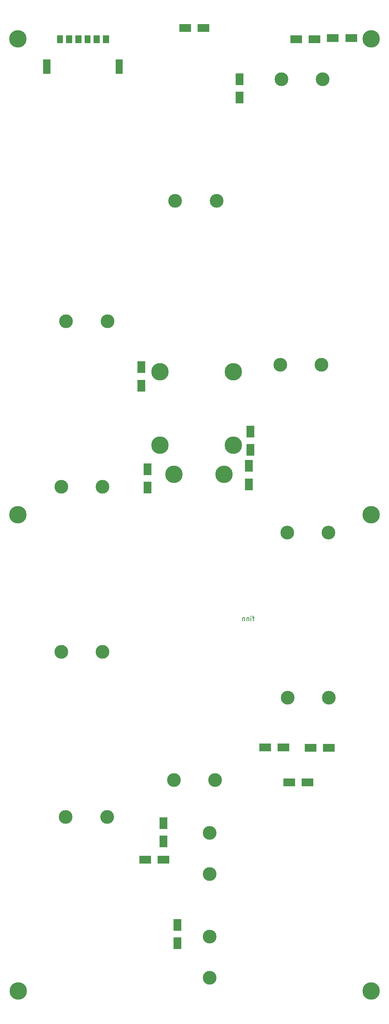
<source format=gts>
%TF.GenerationSoftware,KiCad,Pcbnew,8.0.8*%
%TF.CreationDate,2025-03-15T17:23:43-07:00*%
%TF.ProjectId,Stationary_X_Panel,53746174-696f-46e6-9172-795f585f5061,1.4*%
%TF.SameCoordinates,Original*%
%TF.FileFunction,Soldermask,Top*%
%TF.FilePolarity,Negative*%
%FSLAX46Y46*%
G04 Gerber Fmt 4.6, Leading zero omitted, Abs format (unit mm)*
G04 Created by KiCad (PCBNEW 8.0.8) date 2025-03-15 17:23:43*
%MOMM*%
%LPD*%
G01*
G04 APERTURE LIST*
%ADD10C,0.150000*%
%ADD11C,0.010000*%
%ADD12C,2.600000*%
%ADD13C,3.800000*%
%ADD14C,3.000000*%
%ADD15R,1.700000X2.500000*%
%ADD16R,2.500000X1.700000*%
G04 APERTURE END LIST*
D10*
X82581077Y-151548152D02*
X82200125Y-151548152D01*
X82438220Y-152214819D02*
X82438220Y-151357676D01*
X82438220Y-151357676D02*
X82390601Y-151262438D01*
X82390601Y-151262438D02*
X82295363Y-151214819D01*
X82295363Y-151214819D02*
X82200125Y-151214819D01*
X81866791Y-152214819D02*
X81866791Y-151548152D01*
X81866791Y-151214819D02*
X81914410Y-151262438D01*
X81914410Y-151262438D02*
X81866791Y-151310057D01*
X81866791Y-151310057D02*
X81819172Y-151262438D01*
X81819172Y-151262438D02*
X81866791Y-151214819D01*
X81866791Y-151214819D02*
X81866791Y-151310057D01*
X81390601Y-151548152D02*
X81390601Y-152214819D01*
X81390601Y-151643390D02*
X81342982Y-151595771D01*
X81342982Y-151595771D02*
X81247744Y-151548152D01*
X81247744Y-151548152D02*
X81104887Y-151548152D01*
X81104887Y-151548152D02*
X81009649Y-151595771D01*
X81009649Y-151595771D02*
X80962030Y-151691009D01*
X80962030Y-151691009D02*
X80962030Y-152214819D01*
X80485839Y-151548152D02*
X80485839Y-152214819D01*
X80485839Y-151643390D02*
X80438220Y-151595771D01*
X80438220Y-151595771D02*
X80342982Y-151548152D01*
X80342982Y-151548152D02*
X80200125Y-151548152D01*
X80200125Y-151548152D02*
X80104887Y-151595771D01*
X80104887Y-151595771D02*
X80057268Y-151691009D01*
X80057268Y-151691009D02*
X80057268Y-152214819D01*
D11*
%TO.C,J2*%
X38056200Y-32926200D02*
X36553800Y-32926200D01*
X36553800Y-29873800D01*
X38056200Y-29873800D01*
X38056200Y-32926200D01*
G36*
X38056200Y-32926200D02*
G01*
X36553800Y-32926200D01*
X36553800Y-29873800D01*
X38056200Y-29873800D01*
X38056200Y-32926200D01*
G37*
X40826200Y-26226200D02*
X39573800Y-26226200D01*
X39573800Y-24623800D01*
X40826200Y-24623800D01*
X40826200Y-26226200D01*
G36*
X40826200Y-26226200D02*
G01*
X39573800Y-26226200D01*
X39573800Y-24623800D01*
X40826200Y-24623800D01*
X40826200Y-26226200D01*
G37*
X42826200Y-26226200D02*
X41573800Y-26226200D01*
X41573800Y-24623800D01*
X42826200Y-24623800D01*
X42826200Y-26226200D01*
G36*
X42826200Y-26226200D02*
G01*
X41573800Y-26226200D01*
X41573800Y-24623800D01*
X42826200Y-24623800D01*
X42826200Y-26226200D01*
G37*
X44826200Y-26226200D02*
X43573800Y-26226200D01*
X43573800Y-24623800D01*
X44826200Y-24623800D01*
X44826200Y-26226200D01*
G36*
X44826200Y-26226200D02*
G01*
X43573800Y-26226200D01*
X43573800Y-24623800D01*
X44826200Y-24623800D01*
X44826200Y-26226200D01*
G37*
X46826200Y-26226200D02*
X45573800Y-26226200D01*
X45573800Y-24623800D01*
X46826200Y-24623800D01*
X46826200Y-26226200D01*
G36*
X46826200Y-26226200D02*
G01*
X45573800Y-26226200D01*
X45573800Y-24623800D01*
X46826200Y-24623800D01*
X46826200Y-26226200D01*
G37*
X48826200Y-26226200D02*
X47573800Y-26226200D01*
X47573800Y-24623800D01*
X48826200Y-24623800D01*
X48826200Y-26226200D01*
G36*
X48826200Y-26226200D02*
G01*
X47573800Y-26226200D01*
X47573800Y-24623800D01*
X48826200Y-24623800D01*
X48826200Y-26226200D01*
G37*
X50826200Y-26226200D02*
X49573800Y-26226200D01*
X49573800Y-24623800D01*
X50826200Y-24623800D01*
X50826200Y-26226200D01*
G36*
X50826200Y-26226200D02*
G01*
X49573800Y-26226200D01*
X49573800Y-24623800D01*
X50826200Y-24623800D01*
X50826200Y-26226200D01*
G37*
X53846200Y-32926200D02*
X52343800Y-32926200D01*
X52343800Y-29873800D01*
X53846200Y-29873800D01*
X53846200Y-32926200D01*
G36*
X53846200Y-32926200D02*
G01*
X52343800Y-32926200D01*
X52343800Y-29873800D01*
X53846200Y-29873800D01*
X53846200Y-32926200D01*
G37*
%TD*%
D12*
%TO.C,H12*%
X108075000Y-129165000D03*
D13*
X108075000Y-129165000D03*
%TD*%
D14*
%TO.C,SC8*%
X97285000Y-96475000D03*
X88285000Y-96475000D03*
%TD*%
D15*
%TO.C,D14*%
X58000000Y-97000000D03*
X58000000Y-101000000D03*
%TD*%
%TO.C,D6*%
X65811000Y-222537000D03*
X65811000Y-218537000D03*
%TD*%
D14*
%TO.C,SC2*%
X50585000Y-87000000D03*
X41585000Y-87000000D03*
%TD*%
D16*
%TO.C,D4*%
X94250000Y-187500000D03*
X90250000Y-187500000D03*
%TD*%
%TO.C,D2*%
X71550000Y-23075000D03*
X67550000Y-23075000D03*
%TD*%
D12*
%TO.C,H8*%
X31095000Y-232915000D03*
D13*
X31095000Y-232915000D03*
%TD*%
D14*
%TO.C,SC1*%
X65360000Y-60750000D03*
X74360000Y-60750000D03*
%TD*%
%TO.C,SC12*%
X72915000Y-207435000D03*
X72915000Y-198435000D03*
%TD*%
%TO.C,SC11*%
X74075000Y-186925000D03*
X65075000Y-186925000D03*
%TD*%
D15*
%TO.C,D3*%
X59340000Y-119230000D03*
X59340000Y-123230000D03*
%TD*%
D16*
%TO.C,D11*%
X88985000Y-179835000D03*
X84985000Y-179835000D03*
%TD*%
%TO.C,D5*%
X58815000Y-204335000D03*
X62815000Y-204335000D03*
%TD*%
D14*
%TO.C,SC9*%
X98805000Y-132995000D03*
X89805000Y-132995000D03*
%TD*%
D12*
%TO.C,H9*%
X31075000Y-129155000D03*
D13*
X31075000Y-129155000D03*
%TD*%
D15*
%TO.C,D1*%
X79435000Y-34195000D03*
X79435000Y-38195000D03*
%TD*%
D12*
%TO.C,H3*%
X62000000Y-114000000D03*
D13*
X62000000Y-114000000D03*
%TD*%
D15*
%TO.C,D8*%
X81750000Y-111000000D03*
X81750000Y-115000000D03*
%TD*%
D14*
%TO.C,SC7*%
X88500000Y-34250000D03*
X97500000Y-34250000D03*
%TD*%
D12*
%TO.C,H10*%
X31085000Y-25415000D03*
D13*
X31085000Y-25415000D03*
%TD*%
D12*
%TO.C,H2*%
X76045000Y-120315000D03*
D13*
X76045000Y-120315000D03*
%TD*%
D14*
%TO.C,SC6*%
X72915000Y-230075000D03*
X72915000Y-221075000D03*
%TD*%
D12*
%TO.C,H5*%
X62000000Y-98000000D03*
D13*
X62000000Y-98000000D03*
%TD*%
D14*
%TO.C,SC5*%
X50500000Y-195000000D03*
X41500000Y-195000000D03*
%TD*%
D12*
%TO.C,H7*%
X108075000Y-232905000D03*
D13*
X108075000Y-232905000D03*
%TD*%
D12*
%TO.C,H4*%
X78000000Y-114000000D03*
D13*
X78000000Y-114000000D03*
%TD*%
D16*
%TO.C,D13*%
X91750000Y-25500000D03*
X95750000Y-25500000D03*
%TD*%
D15*
%TO.C,D9*%
X81400000Y-118500000D03*
X81400000Y-122500000D03*
%TD*%
%TO.C,D12*%
X62785000Y-200375000D03*
X62785000Y-196375000D03*
%TD*%
D12*
%TO.C,H11*%
X108095000Y-25405000D03*
D13*
X108095000Y-25405000D03*
%TD*%
D14*
%TO.C,SC4*%
X49500000Y-159000000D03*
X40500000Y-159000000D03*
%TD*%
%TO.C,SC3*%
X49515000Y-123000000D03*
X40515000Y-123000000D03*
%TD*%
D16*
%TO.C,D10*%
X98895000Y-179925000D03*
X94895000Y-179925000D03*
%TD*%
D14*
%TO.C,SC10*%
X98855000Y-169015000D03*
X89855000Y-169015000D03*
%TD*%
D12*
%TO.C,H6*%
X78000000Y-98000000D03*
D13*
X78000000Y-98000000D03*
%TD*%
D12*
%TO.C,H1*%
X65100000Y-120315000D03*
D13*
X65100000Y-120315000D03*
%TD*%
D16*
%TO.C,D7*%
X99750000Y-25250000D03*
X103750000Y-25250000D03*
%TD*%
M02*

</source>
